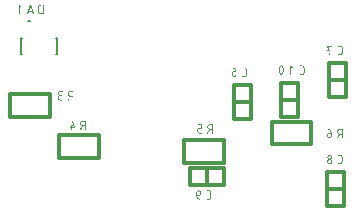
<source format=gbo>
G04*
G04 #@! TF.GenerationSoftware,Altium Limited,Altium Designer,20.2.5 (213)*
G04*
G04 Layer_Color=32896*
%FSLAX44Y44*%
%MOMM*%
G71*
G04*
G04 #@! TF.SameCoordinates,3C0D8923-7957-4DC4-8908-925B2C91420C*
G04*
G04*
G04 #@! TF.FilePolarity,Positive*
G04*
G01*
G75*
%ADD10C,0.3000*%
%ADD11C,0.1270*%
%ADD54C,0.2000*%
G36*
X385337Y191996D02*
X385435Y191954D01*
X385506Y191884D01*
X385548Y191813D01*
X385576Y191729D01*
X385604Y191672D01*
Y191616D01*
Y191602D01*
Y184384D01*
X385590Y184257D01*
X385548Y184159D01*
X385478Y184088D01*
X385407Y184046D01*
X385337Y184018D01*
X385266Y183989D01*
X385210D01*
X385069Y184004D01*
X384970Y184046D01*
X384900Y184116D01*
X384857Y184187D01*
X384815Y184257D01*
X384801Y184328D01*
Y184370D01*
Y184384D01*
Y187189D01*
X383053D01*
X381559Y184201D01*
X381516Y184130D01*
X381460Y184074D01*
X381404Y184046D01*
X381333Y184018D01*
X381249Y183989D01*
X381206D01*
X381093Y184004D01*
X381009Y184046D01*
X380952Y184088D01*
X380924Y184102D01*
X380854Y184201D01*
X380812Y184286D01*
X380797Y184356D01*
Y184384D01*
Y184455D01*
X380812Y184511D01*
X380826Y184553D01*
X380840Y184567D01*
X382249Y187359D01*
X381996Y187486D01*
X381770Y187626D01*
X381573Y187782D01*
X381404Y187951D01*
X381263Y188134D01*
X381150Y188317D01*
X381051Y188515D01*
X380981Y188698D01*
X380924Y188881D01*
X380868Y189050D01*
X380840Y189191D01*
X380826Y189332D01*
X380812Y189445D01*
X380797Y189529D01*
Y189586D01*
Y189600D01*
X380812Y189783D01*
X380826Y189967D01*
X380910Y190291D01*
X381023Y190587D01*
X381150Y190826D01*
X381277Y191024D01*
X381333Y191108D01*
X381389Y191179D01*
X381432Y191235D01*
X381474Y191278D01*
X381488Y191292D01*
X381502Y191306D01*
X381643Y191433D01*
X381784Y191545D01*
X381925Y191630D01*
X382066Y191715D01*
X382348Y191842D01*
X382616Y191926D01*
X382855Y191968D01*
X382954Y191996D01*
X383039D01*
X383109Y192011D01*
X385210D01*
X385337Y191996D01*
D02*
G37*
G36*
X373721Y191982D02*
X373833Y191954D01*
X373918Y191912D01*
X373946Y191898D01*
X373960D01*
X374270Y191757D01*
X374552Y191574D01*
X374806Y191390D01*
X375046Y191207D01*
X375229Y191038D01*
X375370Y190897D01*
X375426Y190841D01*
X375469Y190798D01*
X375483Y190784D01*
X375497Y190770D01*
X375652Y190573D01*
X375793Y190375D01*
X375906Y190164D01*
X376004Y189967D01*
X376089Y189755D01*
X376174Y189558D01*
X376272Y189191D01*
X376315Y189022D01*
X376343Y188867D01*
X376357Y188740D01*
X376371Y188613D01*
X376385Y188515D01*
Y188444D01*
Y188402D01*
Y188388D01*
Y185977D01*
X376357Y185681D01*
X376300Y185413D01*
X376202Y185159D01*
X376089Y184962D01*
X375990Y184793D01*
X375892Y184666D01*
X375835Y184596D01*
X375807Y184567D01*
X375582Y184370D01*
X375342Y184229D01*
X375102Y184130D01*
X374891Y184060D01*
X374693Y184018D01*
X374538Y184004D01*
X374482Y183989D01*
X374397D01*
X374101Y184018D01*
X373819Y184074D01*
X373580Y184173D01*
X373382Y184286D01*
X373213Y184384D01*
X373086Y184483D01*
X373016Y184539D01*
X372988Y184567D01*
X372790Y184793D01*
X372649Y185033D01*
X372537Y185272D01*
X372466Y185498D01*
X372424Y185695D01*
X372410Y185850D01*
X372396Y185907D01*
Y185949D01*
Y185977D01*
Y185991D01*
Y186781D01*
X372424Y187091D01*
X372480Y187359D01*
X372579Y187598D01*
X372677Y187810D01*
X372790Y187979D01*
X372889Y188106D01*
X372945Y188176D01*
X372974Y188204D01*
X373199Y188402D01*
X373439Y188543D01*
X373678Y188655D01*
X373904Y188726D01*
X374101Y188768D01*
X374256Y188782D01*
X374313Y188797D01*
X375553D01*
X375511Y189064D01*
X375426Y189318D01*
X375328Y189544D01*
X375229Y189755D01*
X375116Y189924D01*
X375032Y190065D01*
X374975Y190150D01*
X374947Y190164D01*
Y190178D01*
X374820Y190333D01*
X374693Y190474D01*
X374426Y190700D01*
X374172Y190883D01*
X373932Y191038D01*
X373721Y191137D01*
X373636Y191165D01*
X373551Y191207D01*
X373495Y191221D01*
X373453Y191235D01*
X373425Y191249D01*
X373410D01*
X373340Y191278D01*
X373284Y191320D01*
X373256Y191376D01*
X373227Y191433D01*
X373213Y191489D01*
X373199Y191545D01*
Y191574D01*
Y191588D01*
X373213Y191729D01*
X373256Y191827D01*
X373326Y191898D01*
X373396Y191940D01*
X373481Y191982D01*
X373537Y191996D01*
X373608D01*
X373721Y191982D01*
D02*
G37*
G36*
X275337Y195996D02*
X275435Y195954D01*
X275506Y195884D01*
X275548Y195813D01*
X275576Y195729D01*
X275604Y195672D01*
Y195616D01*
Y195602D01*
Y188384D01*
X275590Y188257D01*
X275548Y188159D01*
X275478Y188088D01*
X275407Y188046D01*
X275337Y188018D01*
X275266Y187989D01*
X275210D01*
X275069Y188004D01*
X274970Y188046D01*
X274900Y188116D01*
X274857Y188187D01*
X274815Y188257D01*
X274801Y188328D01*
Y188370D01*
Y188384D01*
Y191189D01*
X273053D01*
X271559Y188201D01*
X271516Y188130D01*
X271460Y188074D01*
X271404Y188046D01*
X271333Y188018D01*
X271248Y187989D01*
X271206D01*
X271093Y188004D01*
X271009Y188046D01*
X270952Y188088D01*
X270924Y188102D01*
X270854Y188201D01*
X270811Y188286D01*
X270797Y188356D01*
Y188384D01*
Y188455D01*
X270811Y188511D01*
X270826Y188553D01*
X270840Y188567D01*
X272249Y191359D01*
X271996Y191486D01*
X271770Y191626D01*
X271573Y191782D01*
X271404Y191951D01*
X271263Y192134D01*
X271150Y192317D01*
X271051Y192515D01*
X270981Y192698D01*
X270924Y192881D01*
X270868Y193050D01*
X270840Y193191D01*
X270826Y193332D01*
X270811Y193445D01*
X270797Y193529D01*
Y193586D01*
Y193600D01*
X270811Y193783D01*
X270826Y193967D01*
X270910Y194291D01*
X271023Y194587D01*
X271150Y194827D01*
X271277Y195024D01*
X271333Y195108D01*
X271389Y195179D01*
X271432Y195235D01*
X271474Y195278D01*
X271488Y195292D01*
X271502Y195306D01*
X271643Y195433D01*
X271784Y195545D01*
X271925Y195630D01*
X272066Y195715D01*
X272348Y195841D01*
X272616Y195926D01*
X272855Y195968D01*
X272954Y195996D01*
X273039D01*
X273109Y196011D01*
X275210D01*
X275337Y195996D01*
D02*
G37*
G36*
X266117D02*
X266216Y195954D01*
X266286Y195884D01*
X266329Y195813D01*
X266357Y195729D01*
X266385Y195672D01*
Y195616D01*
Y195602D01*
Y192388D01*
X266371Y192261D01*
X266329Y192162D01*
X266258Y192092D01*
X266188Y192049D01*
X266117Y192021D01*
X266047Y191993D01*
X264397D01*
X264214Y191979D01*
X264059Y191937D01*
X263918Y191880D01*
X263791Y191824D01*
X263692Y191753D01*
X263608Y191697D01*
X263566Y191655D01*
X263552Y191640D01*
X263439Y191500D01*
X263354Y191359D01*
X263284Y191218D01*
X263241Y191077D01*
X263213Y190964D01*
X263199Y190865D01*
Y190809D01*
Y190781D01*
Y189991D01*
X263213Y189808D01*
X263256Y189639D01*
X263312Y189498D01*
X263368Y189371D01*
X263439Y189272D01*
X263495Y189202D01*
X263537Y189145D01*
X263552Y189131D01*
X263692Y189018D01*
X263833Y188934D01*
X263974Y188878D01*
X264101Y188835D01*
X264228Y188807D01*
X264313Y188793D01*
X265990D01*
X266117Y188779D01*
X266216Y188737D01*
X266286Y188666D01*
X266329Y188596D01*
X266357Y188511D01*
X266385Y188455D01*
Y188398D01*
Y188384D01*
X266371Y188257D01*
X266329Y188159D01*
X266258Y188088D01*
X266188Y188046D01*
X266117Y188018D01*
X266047Y187989D01*
X264397D01*
X264101Y188018D01*
X263833Y188074D01*
X263594Y188173D01*
X263382Y188286D01*
X263213Y188384D01*
X263086Y188483D01*
X263016Y188539D01*
X262988Y188567D01*
X262790Y188793D01*
X262649Y189047D01*
X262537Y189272D01*
X262466Y189498D01*
X262424Y189695D01*
X262410Y189850D01*
X262395Y189907D01*
Y189949D01*
Y189977D01*
Y189991D01*
Y190781D01*
X262424Y191077D01*
X262494Y191359D01*
X262579Y191598D01*
X262692Y191810D01*
X262804Y191979D01*
X262889Y192106D01*
X262959Y192176D01*
X262988Y192204D01*
X263213Y192402D01*
X263453Y192543D01*
X263692Y192656D01*
X263904Y192726D01*
X264101Y192768D01*
X264256Y192782D01*
X264313Y192796D01*
X265581D01*
Y195207D01*
X263199D01*
X263072Y195221D01*
X262973Y195264D01*
X262903Y195334D01*
X262847Y195404D01*
X262818Y195475D01*
X262804Y195545D01*
Y195588D01*
Y195602D01*
X262818Y195743D01*
X262861Y195841D01*
X262931Y195912D01*
X263002Y195954D01*
X263072Y195996D01*
X263143Y196011D01*
X265990D01*
X266117Y195996D01*
D02*
G37*
G36*
X157095Y198982D02*
X157194Y198954D01*
X157250Y198898D01*
X157307Y198856D01*
X157349Y198799D01*
X157377Y198743D01*
X157391Y198715D01*
Y198701D01*
X158998Y193104D01*
Y193034D01*
Y193005D01*
Y192991D01*
X158984Y192864D01*
X158942Y192766D01*
X158871Y192695D01*
X158801Y192653D01*
X158730Y192625D01*
X158660Y192596D01*
X156193D01*
Y191384D01*
X156179Y191257D01*
X156137Y191159D01*
X156066Y191088D01*
X155996Y191046D01*
X155925Y191018D01*
X155855Y190989D01*
X155798D01*
X155657Y191003D01*
X155559Y191046D01*
X155488Y191116D01*
X155446Y191187D01*
X155403Y191257D01*
X155389Y191328D01*
Y191370D01*
Y191384D01*
Y192596D01*
X154600D01*
X154459Y192611D01*
X154360Y192653D01*
X154290Y192723D01*
X154248Y192794D01*
X154205Y192864D01*
X154191Y192935D01*
Y192977D01*
Y192991D01*
X154205Y193132D01*
X154248Y193231D01*
X154318Y193301D01*
X154389Y193344D01*
X154473Y193386D01*
X154529Y193400D01*
X155389D01*
Y194598D01*
X155403Y194725D01*
X155446Y194824D01*
X155516Y194894D01*
X155587Y194951D01*
X155671Y194979D01*
X155728Y194993D01*
X155798D01*
X155925Y194979D01*
X156024Y194937D01*
X156094Y194866D01*
X156137Y194796D01*
X156165Y194725D01*
X156193Y194655D01*
Y194612D01*
Y194598D01*
Y193400D01*
X158082D01*
X156616Y198475D01*
X156602Y198559D01*
Y198574D01*
Y198588D01*
X156616Y198729D01*
X156658Y198827D01*
X156729Y198898D01*
X156799Y198940D01*
X156870Y198982D01*
X156940Y198997D01*
X156996D01*
X157095Y198982D01*
D02*
G37*
G36*
X167541Y198997D02*
X167640Y198954D01*
X167710Y198884D01*
X167752Y198813D01*
X167781Y198729D01*
X167809Y198672D01*
Y198616D01*
Y198602D01*
Y191384D01*
X167795Y191257D01*
X167752Y191159D01*
X167682Y191088D01*
X167612Y191046D01*
X167541Y191018D01*
X167470Y190989D01*
X167414D01*
X167273Y191003D01*
X167174Y191046D01*
X167104Y191116D01*
X167062Y191187D01*
X167019Y191257D01*
X167005Y191328D01*
Y191370D01*
Y191384D01*
Y194189D01*
X165257D01*
X163763Y191201D01*
X163721Y191130D01*
X163664Y191074D01*
X163608Y191046D01*
X163538Y191018D01*
X163453Y190989D01*
X163411D01*
X163298Y191003D01*
X163213Y191046D01*
X163157Y191088D01*
X163129Y191102D01*
X163058Y191201D01*
X163016Y191285D01*
X163002Y191356D01*
Y191384D01*
Y191455D01*
X163016Y191511D01*
X163030Y191553D01*
X163044Y191567D01*
X164454Y194359D01*
X164200Y194485D01*
X163974Y194627D01*
X163777Y194781D01*
X163608Y194951D01*
X163467Y195134D01*
X163354Y195317D01*
X163256Y195515D01*
X163185Y195698D01*
X163129Y195881D01*
X163072Y196050D01*
X163044Y196191D01*
X163030Y196332D01*
X163016Y196445D01*
X163002Y196530D01*
Y196586D01*
Y196600D01*
X163016Y196783D01*
X163030Y196967D01*
X163115Y197291D01*
X163227Y197587D01*
X163354Y197826D01*
X163481Y198024D01*
X163538Y198108D01*
X163594Y198179D01*
X163636Y198235D01*
X163678Y198278D01*
X163692Y198292D01*
X163707Y198306D01*
X163848Y198433D01*
X163989Y198545D01*
X164130Y198630D01*
X164270Y198715D01*
X164552Y198841D01*
X164820Y198926D01*
X165060Y198968D01*
X165159Y198997D01*
X165243D01*
X165314Y199011D01*
X167414D01*
X167541Y198997D01*
D02*
G37*
G36*
X157344Y223997D02*
X157442Y223954D01*
X157513Y223884D01*
X157555Y223813D01*
X157583Y223729D01*
X157612Y223672D01*
Y223616D01*
Y223602D01*
Y216384D01*
X157597Y216257D01*
X157555Y216159D01*
X157485Y216088D01*
X157414Y216046D01*
X157344Y216018D01*
X157273Y215989D01*
X157217D01*
X157076Y216003D01*
X156977Y216046D01*
X156907Y216116D01*
X156864Y216187D01*
X156822Y216257D01*
X156808Y216328D01*
Y216370D01*
Y216384D01*
Y219189D01*
X155060D01*
X153566Y216201D01*
X153523Y216130D01*
X153467Y216074D01*
X153411Y216046D01*
X153340Y216018D01*
X153256Y215989D01*
X153213D01*
X153101Y216003D01*
X153016Y216046D01*
X152959Y216088D01*
X152931Y216102D01*
X152861Y216201D01*
X152818Y216285D01*
X152804Y216356D01*
Y216384D01*
Y216455D01*
X152818Y216511D01*
X152833Y216553D01*
X152847Y216567D01*
X154256Y219359D01*
X154003Y219485D01*
X153777Y219627D01*
X153580Y219781D01*
X153411Y219951D01*
X153270Y220134D01*
X153157Y220317D01*
X153058Y220515D01*
X152988Y220698D01*
X152931Y220881D01*
X152875Y221050D01*
X152847Y221191D01*
X152833Y221332D01*
X152818Y221445D01*
X152804Y221530D01*
Y221586D01*
Y221600D01*
X152818Y221783D01*
X152833Y221967D01*
X152917Y222291D01*
X153030Y222587D01*
X153157Y222826D01*
X153284Y223024D01*
X153340Y223108D01*
X153397Y223179D01*
X153439Y223235D01*
X153481Y223278D01*
X153495Y223292D01*
X153509Y223306D01*
X153650Y223433D01*
X153791Y223545D01*
X153932Y223630D01*
X154073Y223715D01*
X154355Y223841D01*
X154623Y223926D01*
X154863Y223968D01*
X154961Y223997D01*
X155046D01*
X155116Y224011D01*
X157217D01*
X157344Y223997D01*
D02*
G37*
G36*
X148138D02*
X148237Y223954D01*
X148308Y223884D01*
X148350Y223813D01*
X148378Y223729D01*
X148406Y223672D01*
Y223616D01*
Y223602D01*
X148392Y223475D01*
X148336Y223376D01*
X148279Y223306D01*
X148195Y223263D01*
X148124Y223235D01*
X148054Y223207D01*
X146404D01*
X146221Y223193D01*
X146052Y223151D01*
X145911Y223094D01*
X145784Y223024D01*
X145685Y222953D01*
X145601Y222897D01*
X145559Y222855D01*
X145545Y222841D01*
X145432Y222700D01*
X145347Y222559D01*
X145277Y222418D01*
X145234Y222291D01*
X145206Y222164D01*
X145192Y222079D01*
Y222023D01*
Y221995D01*
X145206Y221812D01*
X145248Y221642D01*
X145305Y221501D01*
X145361Y221374D01*
X145432Y221276D01*
X145488Y221205D01*
X145530Y221149D01*
X145545Y221135D01*
X145685Y221022D01*
X145826Y220938D01*
X145967Y220881D01*
X146108Y220839D01*
X146221Y220811D01*
X146320Y220797D01*
X147208D01*
X147335Y220782D01*
X147434Y220740D01*
X147504Y220670D01*
X147546Y220599D01*
X147574Y220515D01*
X147603Y220458D01*
Y220402D01*
Y220388D01*
X147589Y220261D01*
X147546Y220162D01*
X147476Y220092D01*
X147405Y220049D01*
X147335Y220021D01*
X147264Y219993D01*
X146404D01*
X146221Y219979D01*
X146052Y219937D01*
X145911Y219880D01*
X145784Y219824D01*
X145685Y219753D01*
X145601Y219697D01*
X145559Y219655D01*
X145545Y219641D01*
X145432Y219500D01*
X145347Y219359D01*
X145277Y219218D01*
X145234Y219077D01*
X145206Y218964D01*
X145192Y218865D01*
Y218809D01*
Y218781D01*
Y217991D01*
X145206Y217808D01*
X145248Y217639D01*
X145305Y217498D01*
X145361Y217371D01*
X145432Y217272D01*
X145488Y217202D01*
X145530Y217145D01*
X145545Y217131D01*
X145685Y217019D01*
X145826Y216934D01*
X145967Y216877D01*
X146108Y216835D01*
X146221Y216807D01*
X146320Y216793D01*
X147997D01*
X148138Y216779D01*
X148237Y216737D01*
X148308Y216666D01*
X148350Y216596D01*
X148378Y216511D01*
X148406Y216455D01*
Y216398D01*
Y216384D01*
X148392Y216257D01*
X148336Y216159D01*
X148279Y216088D01*
X148195Y216046D01*
X148124Y216018D01*
X148054Y215989D01*
X146404D01*
X146108Y216018D01*
X145826Y216074D01*
X145587Y216173D01*
X145375Y216285D01*
X145206Y216384D01*
X145079Y216483D01*
X145009Y216539D01*
X144981Y216567D01*
X144783Y216793D01*
X144642Y217047D01*
X144529Y217272D01*
X144459Y217498D01*
X144417Y217695D01*
X144403Y217850D01*
X144389Y217907D01*
Y217949D01*
Y217977D01*
Y217991D01*
Y218781D01*
X144403Y218964D01*
X144417Y219133D01*
X144459Y219302D01*
X144515Y219457D01*
X144642Y219725D01*
X144783Y219965D01*
X144938Y220148D01*
X145065Y220275D01*
X145122Y220331D01*
X145164Y220359D01*
X145178Y220388D01*
X145192D01*
X145051Y220501D01*
X144924Y220627D01*
X144825Y220768D01*
X144727Y220895D01*
X144642Y221036D01*
X144586Y221163D01*
X144487Y221417D01*
X144431Y221642D01*
X144417Y221741D01*
X144403Y221826D01*
X144389Y221896D01*
Y221952D01*
Y221981D01*
Y221995D01*
X144417Y222291D01*
X144487Y222573D01*
X144572Y222812D01*
X144684Y223024D01*
X144797Y223193D01*
X144882Y223320D01*
X144952Y223390D01*
X144981Y223419D01*
X145206Y223616D01*
X145446Y223757D01*
X145685Y223870D01*
X145911Y223940D01*
X146108Y223982D01*
X146263Y223997D01*
X146320Y224011D01*
X147997D01*
X148138Y223997D01*
D02*
G37*
G36*
X111921Y297218D02*
X112019Y297162D01*
X112090Y297106D01*
X112104Y297092D01*
X112118Y297077D01*
X113683Y295513D01*
X113753Y295428D01*
X113781Y295329D01*
X113796Y295259D01*
Y295245D01*
Y295231D01*
X113781Y295104D01*
X113739Y295005D01*
X113669Y294935D01*
X113598Y294892D01*
X113528Y294864D01*
X113457Y294836D01*
X113401D01*
X113288Y294850D01*
X113189Y294892D01*
X113133Y294935D01*
X113119Y294949D01*
X112189Y295879D01*
Y289634D01*
X112174Y289507D01*
X112132Y289409D01*
X112062Y289338D01*
X111991Y289296D01*
X111921Y289268D01*
X111850Y289239D01*
X111794D01*
X111653Y289254D01*
X111554Y289296D01*
X111484Y289366D01*
X111441Y289437D01*
X111399Y289507D01*
X111385Y289578D01*
Y289620D01*
Y289634D01*
Y296838D01*
X111399Y296979D01*
X111441Y297077D01*
X111512Y297148D01*
X111582Y297190D01*
X111667Y297232D01*
X111723Y297246D01*
X111850D01*
X111921Y297218D01*
D02*
G37*
G36*
X132347Y297246D02*
X132446Y297204D01*
X132516Y297134D01*
X132559Y297063D01*
X132587Y296979D01*
X132615Y296922D01*
Y296866D01*
Y296852D01*
Y289634D01*
X132601Y289507D01*
X132559Y289409D01*
X132488Y289338D01*
X132418Y289296D01*
X132347Y289268D01*
X132277Y289239D01*
X129824D01*
X129528Y289268D01*
X129246Y289324D01*
X129006Y289423D01*
X128795Y289536D01*
X128626Y289634D01*
X128499Y289733D01*
X128428Y289789D01*
X128400Y289817D01*
X128203Y290043D01*
X128062Y290297D01*
X127949Y290522D01*
X127879Y290748D01*
X127836Y290945D01*
X127822Y291100D01*
X127808Y291157D01*
Y291199D01*
Y291227D01*
Y291241D01*
Y295245D01*
X127836Y295555D01*
X127907Y295823D01*
X127991Y296062D01*
X128104Y296274D01*
X128217Y296443D01*
X128301Y296570D01*
X128372Y296640D01*
X128400Y296668D01*
X128626Y296866D01*
X128865Y297007D01*
X129105Y297120D01*
X129330Y297190D01*
X129528Y297232D01*
X129683Y297246D01*
X129739Y297261D01*
X132220D01*
X132347Y297246D01*
D02*
G37*
G36*
X121507Y297232D02*
X121591Y297190D01*
X121662Y297148D01*
X121718Y297092D01*
X121760Y297021D01*
X121789Y296979D01*
X121803Y296936D01*
Y296922D01*
X124199Y289761D01*
X124213Y289676D01*
Y289648D01*
Y289634D01*
X124199Y289507D01*
X124143Y289409D01*
X124086Y289338D01*
X124002Y289296D01*
X123931Y289268D01*
X123861Y289239D01*
X123804D01*
X123706Y289254D01*
X123621Y289282D01*
X123565Y289324D01*
X123508Y289380D01*
X123438Y289465D01*
X123424Y289493D01*
Y289507D01*
X122846Y291241D01*
X119956D01*
X119378Y289507D01*
X119336Y289423D01*
X119279Y289352D01*
X119223Y289310D01*
X119152Y289268D01*
X119096Y289254D01*
X119040Y289239D01*
X118997D01*
X118870Y289254D01*
X118772Y289296D01*
X118701Y289366D01*
X118645Y289437D01*
X118617Y289507D01*
X118603Y289578D01*
Y289620D01*
Y289634D01*
Y289719D01*
X118617Y289747D01*
Y289761D01*
X121013Y296936D01*
X121055Y297035D01*
X121112Y297120D01*
X121182Y297176D01*
X121253Y297204D01*
X121309Y297232D01*
X121366Y297246D01*
X121408D01*
X121507Y297232D01*
D02*
G37*
G36*
X341733Y245695D02*
X341832Y245639D01*
X341902Y245582D01*
X341916Y245568D01*
X341930Y245554D01*
X343495Y243989D01*
X343566Y243905D01*
X343594Y243806D01*
X343608Y243735D01*
Y243721D01*
Y243707D01*
X343594Y243580D01*
X343551Y243482D01*
X343481Y243411D01*
X343410Y243369D01*
X343340Y243341D01*
X343270Y243312D01*
X343213D01*
X343100Y243327D01*
X343002Y243369D01*
X342945Y243411D01*
X342931Y243425D01*
X342001Y244356D01*
Y238111D01*
X341987Y237984D01*
X341944Y237885D01*
X341874Y237815D01*
X341803Y237772D01*
X341733Y237744D01*
X341662Y237716D01*
X341606D01*
X341465Y237730D01*
X341366Y237772D01*
X341296Y237843D01*
X341254Y237913D01*
X341211Y237984D01*
X341197Y238054D01*
Y238097D01*
Y238111D01*
Y245314D01*
X341211Y245455D01*
X341254Y245554D01*
X341324Y245624D01*
X341395Y245667D01*
X341479Y245709D01*
X341536Y245723D01*
X341662D01*
X341733Y245695D01*
D02*
G37*
G36*
X351516Y245709D02*
X351798Y245639D01*
X352038Y245554D01*
X352249Y245441D01*
X352419Y245328D01*
X352531Y245244D01*
X352616Y245173D01*
X352644Y245145D01*
X352841Y244920D01*
X352982Y244680D01*
X353081Y244440D01*
X353152Y244215D01*
X353194Y244017D01*
X353208Y243862D01*
X353222Y243806D01*
Y243764D01*
Y243735D01*
Y243721D01*
Y239718D01*
X353194Y239422D01*
X353137Y239140D01*
X353039Y238900D01*
X352926Y238689D01*
X352827Y238519D01*
X352729Y238407D01*
X352672Y238322D01*
X352644Y238294D01*
X352419Y238097D01*
X352165Y237956D01*
X351939Y237857D01*
X351714Y237787D01*
X351516Y237744D01*
X351361Y237730D01*
X351305Y237716D01*
X349627D01*
X349486Y237730D01*
X349388Y237772D01*
X349317Y237843D01*
X349275Y237913D01*
X349233Y237984D01*
X349218Y238054D01*
Y238097D01*
Y238111D01*
X349233Y238252D01*
X349275Y238350D01*
X349345Y238421D01*
X349416Y238463D01*
X349500Y238505D01*
X349557Y238519D01*
X351220D01*
X351404Y238534D01*
X351573Y238576D01*
X351714Y238632D01*
X351841Y238689D01*
X351939Y238745D01*
X352010Y238801D01*
X352066Y238844D01*
X352080Y238858D01*
X352193Y238999D01*
X352277Y239140D01*
X352334Y239281D01*
X352376Y239422D01*
X352404Y239534D01*
X352419Y239633D01*
Y239690D01*
Y239718D01*
Y243721D01*
X352404Y243905D01*
X352362Y244074D01*
X352306Y244215D01*
X352249Y244342D01*
X352193Y244440D01*
X352136Y244525D01*
X352094Y244567D01*
X352080Y244581D01*
X351939Y244694D01*
X351798Y244779D01*
X351657Y244849D01*
X351516Y244891D01*
X351404Y244920D01*
X351305Y244934D01*
X349627D01*
X349486Y244948D01*
X349388Y244990D01*
X349317Y245061D01*
X349275Y245131D01*
X349233Y245201D01*
X349218Y245272D01*
Y245314D01*
Y245328D01*
X349233Y245469D01*
X349275Y245568D01*
X349345Y245639D01*
X349416Y245681D01*
X349500Y245723D01*
X349557Y245737D01*
X351220D01*
X351516Y245709D01*
D02*
G37*
G36*
X333796Y245723D02*
X333994Y245667D01*
X334163Y245596D01*
X334332Y245498D01*
X334487Y245385D01*
X334614Y245258D01*
X334840Y244976D01*
X335023Y244694D01*
X335093Y244553D01*
X335150Y244440D01*
X335192Y244342D01*
X335220Y244271D01*
X335248Y244215D01*
Y244201D01*
X335361Y243792D01*
X335446Y243369D01*
X335502Y242960D01*
X335544Y242565D01*
X335559Y242396D01*
X335573Y242227D01*
Y242086D01*
X335587Y241959D01*
Y241861D01*
Y241790D01*
Y241734D01*
Y241720D01*
X335573Y241198D01*
X335530Y240733D01*
X335502Y240507D01*
X335474Y240310D01*
X335446Y240112D01*
X335418Y239943D01*
X335389Y239788D01*
X335361Y239647D01*
X335333Y239520D01*
X335305Y239422D01*
X335276Y239351D01*
X335262Y239281D01*
X335248Y239253D01*
Y239238D01*
X335150Y238971D01*
X335023Y238731D01*
X334896Y238534D01*
X334769Y238365D01*
X334628Y238209D01*
X334501Y238083D01*
X334360Y237984D01*
X334233Y237913D01*
X334106Y237843D01*
X333980Y237801D01*
X333881Y237758D01*
X333782Y237744D01*
X333712Y237730D01*
X333641Y237716D01*
X333599D01*
X333387Y237730D01*
X333204Y237787D01*
X333021Y237857D01*
X332866Y237956D01*
X332711Y238068D01*
X332584Y238195D01*
X332344Y238477D01*
X332175Y238759D01*
X332105Y238886D01*
X332048Y238999D01*
X332006Y239097D01*
X331978Y239168D01*
X331950Y239224D01*
Y239238D01*
X331837Y239647D01*
X331752Y240070D01*
X331682Y240479D01*
X331640Y240874D01*
X331625Y241043D01*
X331611Y241212D01*
Y241353D01*
X331597Y241480D01*
Y241579D01*
Y241663D01*
Y241705D01*
Y241720D01*
X331611Y242241D01*
X331654Y242720D01*
X331682Y242932D01*
X331710Y243143D01*
X331738Y243327D01*
X331766Y243496D01*
X331809Y243651D01*
X331837Y243792D01*
X331865Y243919D01*
X331893Y244017D01*
X331921Y244102D01*
X331936Y244158D01*
X331950Y244186D01*
Y244201D01*
X332048Y244468D01*
X332175Y244708D01*
X332302Y244920D01*
X332429Y245089D01*
X332570Y245244D01*
X332697Y245357D01*
X332838Y245469D01*
X332965Y245540D01*
X333092Y245610D01*
X333218Y245653D01*
X333317Y245695D01*
X333416Y245709D01*
X333486Y245723D01*
X333543Y245737D01*
X333599D01*
X333796Y245723D01*
D02*
G37*
G36*
X272701Y139982D02*
X272983Y139912D01*
X273223Y139827D01*
X273434Y139715D01*
X273603Y139602D01*
X273716Y139517D01*
X273801Y139447D01*
X273829Y139418D01*
X274027Y139193D01*
X274167Y138953D01*
X274266Y138714D01*
X274337Y138488D01*
X274379Y138291D01*
X274393Y138136D01*
X274407Y138079D01*
Y138037D01*
Y138009D01*
Y137995D01*
Y133991D01*
X274379Y133695D01*
X274322Y133413D01*
X274224Y133174D01*
X274111Y132962D01*
X274012Y132793D01*
X273914Y132680D01*
X273857Y132596D01*
X273829Y132567D01*
X273603Y132370D01*
X273350Y132229D01*
X273124Y132130D01*
X272899Y132060D01*
X272701Y132018D01*
X272546Y132003D01*
X272490Y131989D01*
X270812D01*
X270671Y132003D01*
X270573Y132046D01*
X270502Y132116D01*
X270460Y132187D01*
X270418Y132257D01*
X270403Y132328D01*
Y132370D01*
Y132384D01*
X270418Y132525D01*
X270460Y132624D01*
X270530Y132694D01*
X270601Y132737D01*
X270686Y132779D01*
X270742Y132793D01*
X272405D01*
X272589Y132807D01*
X272758Y132849D01*
X272899Y132906D01*
X273026Y132962D01*
X273124Y133019D01*
X273195Y133075D01*
X273251Y133117D01*
X273265Y133131D01*
X273378Y133272D01*
X273463Y133413D01*
X273519Y133554D01*
X273561Y133695D01*
X273589Y133808D01*
X273603Y133907D01*
Y133963D01*
Y133991D01*
Y137995D01*
X273589Y138178D01*
X273547Y138347D01*
X273491Y138488D01*
X273434Y138615D01*
X273378Y138714D01*
X273322Y138798D01*
X273279Y138841D01*
X273265Y138855D01*
X273124Y138967D01*
X272983Y139052D01*
X272842Y139122D01*
X272701Y139165D01*
X272589Y139193D01*
X272490Y139207D01*
X270812D01*
X270671Y139221D01*
X270573Y139263D01*
X270502Y139334D01*
X270460Y139404D01*
X270418Y139475D01*
X270403Y139545D01*
Y139588D01*
Y139602D01*
X270418Y139743D01*
X270460Y139841D01*
X270530Y139912D01*
X270601Y139954D01*
X270686Y139997D01*
X270742Y140011D01*
X272405D01*
X272701Y139982D01*
D02*
G37*
G36*
X263891Y139968D02*
X264159Y139898D01*
X264412Y139813D01*
X264610Y139700D01*
X264779Y139588D01*
X264906Y139503D01*
X264976Y139433D01*
X265004Y139404D01*
X265202Y139179D01*
X265343Y138939D01*
X265441Y138700D01*
X265512Y138474D01*
X265554Y138277D01*
X265568Y138122D01*
X265582Y138065D01*
Y138023D01*
Y137995D01*
Y137981D01*
Y137191D01*
X265554Y136895D01*
X265498Y136613D01*
X265399Y136374D01*
X265286Y136162D01*
X265188Y135993D01*
X265089Y135880D01*
X265033Y135796D01*
X265004Y135767D01*
X264779Y135570D01*
X264539Y135429D01*
X264300Y135330D01*
X264088Y135260D01*
X263891Y135218D01*
X263736Y135204D01*
X263679Y135189D01*
X262425D01*
X262467Y134950D01*
X262537Y134724D01*
X262608Y134513D01*
X262721Y134315D01*
X262833Y134118D01*
X262946Y133949D01*
X263073Y133780D01*
X263200Y133639D01*
X263327Y133512D01*
X263454Y133399D01*
X263566Y133300D01*
X263665Y133216D01*
X263736Y133145D01*
X263806Y133103D01*
X263848Y133075D01*
X263862Y133061D01*
X264102Y132934D01*
X264328Y132821D01*
X264426Y132779D01*
X264511Y132751D01*
X264567Y132737D01*
X264582Y132723D01*
X264652Y132694D01*
X264694Y132652D01*
X264751Y132539D01*
X264765Y132483D01*
X264779Y132426D01*
Y132398D01*
Y132384D01*
X264765Y132271D01*
X264722Y132187D01*
X264680Y132130D01*
X264666Y132102D01*
X264567Y132032D01*
X264483Y132003D01*
X264412Y131989D01*
X264384D01*
X264257Y132003D01*
X264130Y132046D01*
X263975Y132116D01*
X263820Y132187D01*
X263693Y132243D01*
X263581Y132314D01*
X263510Y132356D01*
X263482Y132370D01*
X263144Y132596D01*
X262862Y132849D01*
X262608Y133103D01*
X262382Y133371D01*
X262213Y133639D01*
X262058Y133907D01*
X261931Y134174D01*
X261833Y134428D01*
X261748Y134654D01*
X261692Y134879D01*
X261649Y135077D01*
X261621Y135246D01*
X261607Y135387D01*
X261593Y135500D01*
Y135556D01*
Y135584D01*
Y137995D01*
X261621Y138291D01*
X261692Y138573D01*
X261776Y138812D01*
X261889Y139010D01*
X262002Y139179D01*
X262086Y139306D01*
X262157Y139376D01*
X262185Y139404D01*
X262411Y139602D01*
X262650Y139743D01*
X262890Y139855D01*
X263101Y139926D01*
X263299Y139968D01*
X263454Y139982D01*
X263510Y139997D01*
X263595D01*
X263891Y139968D01*
D02*
G37*
G36*
X383701Y169982D02*
X383983Y169912D01*
X384223Y169827D01*
X384434Y169715D01*
X384604Y169602D01*
X384716Y169517D01*
X384801Y169447D01*
X384829Y169419D01*
X385027Y169193D01*
X385167Y168953D01*
X385266Y168714D01*
X385337Y168488D01*
X385379Y168291D01*
X385393Y168136D01*
X385407Y168079D01*
Y168037D01*
Y168009D01*
Y167995D01*
Y163991D01*
X385379Y163695D01*
X385322Y163413D01*
X385224Y163174D01*
X385111Y162962D01*
X385012Y162793D01*
X384914Y162680D01*
X384857Y162596D01*
X384829Y162567D01*
X384604Y162370D01*
X384350Y162229D01*
X384124Y162130D01*
X383899Y162060D01*
X383701Y162018D01*
X383546Y162003D01*
X383490Y161989D01*
X381812D01*
X381671Y162003D01*
X381573Y162046D01*
X381502Y162116D01*
X381460Y162187D01*
X381418Y162257D01*
X381404Y162328D01*
Y162370D01*
Y162384D01*
X381418Y162525D01*
X381460Y162624D01*
X381530Y162694D01*
X381601Y162737D01*
X381685Y162779D01*
X381742Y162793D01*
X383405D01*
X383589Y162807D01*
X383758Y162849D01*
X383899Y162906D01*
X384026Y162962D01*
X384124Y163018D01*
X384195Y163075D01*
X384251Y163117D01*
X384265Y163131D01*
X384378Y163272D01*
X384463Y163413D01*
X384519Y163554D01*
X384561Y163695D01*
X384590Y163808D01*
X384604Y163907D01*
Y163963D01*
Y163991D01*
Y167995D01*
X384590Y168178D01*
X384547Y168347D01*
X384491Y168488D01*
X384434Y168615D01*
X384378Y168714D01*
X384322Y168798D01*
X384279Y168841D01*
X384265Y168855D01*
X384124Y168967D01*
X383983Y169052D01*
X383842Y169123D01*
X383701Y169165D01*
X383589Y169193D01*
X383490Y169207D01*
X381812D01*
X381671Y169221D01*
X381573Y169263D01*
X381502Y169334D01*
X381460Y169404D01*
X381418Y169475D01*
X381404Y169545D01*
Y169588D01*
Y169602D01*
X381418Y169743D01*
X381460Y169841D01*
X381530Y169912D01*
X381601Y169954D01*
X381685Y169996D01*
X381742Y170011D01*
X383405D01*
X383701Y169982D01*
D02*
G37*
G36*
X374891Y169968D02*
X375159Y169898D01*
X375412Y169813D01*
X375610Y169701D01*
X375779Y169588D01*
X375906Y169503D01*
X375976Y169433D01*
X376004Y169404D01*
X376202Y169179D01*
X376343Y168939D01*
X376441Y168700D01*
X376512Y168474D01*
X376554Y168291D01*
X376568Y168136D01*
X376582Y168079D01*
Y168037D01*
Y168009D01*
Y167995D01*
X376568Y167812D01*
X376554Y167642D01*
X376512Y167473D01*
X376455Y167318D01*
X376329Y167050D01*
X376174Y166811D01*
X376033Y166627D01*
X375906Y166500D01*
X375849Y166444D01*
X375807Y166416D01*
X375793Y166402D01*
X375779Y166388D01*
X375920Y166275D01*
X376047Y166148D01*
X376145Y166021D01*
X376244Y165880D01*
X376315Y165753D01*
X376385Y165612D01*
X376484Y165359D01*
X376540Y165133D01*
X376554Y165034D01*
X376568Y164950D01*
X376582Y164879D01*
Y164823D01*
Y164795D01*
Y164781D01*
Y163991D01*
X376554Y163695D01*
X376498Y163413D01*
X376399Y163174D01*
X376286Y162962D01*
X376188Y162793D01*
X376089Y162680D01*
X376033Y162596D01*
X376004Y162567D01*
X375779Y162370D01*
X375539Y162229D01*
X375299Y162130D01*
X375088Y162060D01*
X374891Y162018D01*
X374736Y162003D01*
X374679Y161989D01*
X374595D01*
X374299Y162018D01*
X374017Y162074D01*
X373777Y162173D01*
X373580Y162285D01*
X373410Y162384D01*
X373284Y162483D01*
X373213Y162539D01*
X373185Y162567D01*
X372988Y162793D01*
X372847Y163047D01*
X372734Y163272D01*
X372663Y163498D01*
X372621Y163695D01*
X372607Y163850D01*
X372593Y163907D01*
Y163949D01*
Y163977D01*
Y163991D01*
Y164174D01*
Y164329D01*
Y164485D01*
X372607Y164626D01*
X372621Y164851D01*
Y165034D01*
X372635Y165161D01*
X372649Y165246D01*
X372663Y165302D01*
Y165316D01*
X372734Y165542D01*
X372847Y165753D01*
X372959Y165937D01*
X373086Y166092D01*
X373199Y166218D01*
X373298Y166303D01*
X373368Y166374D01*
X373396Y166388D01*
X373256Y166500D01*
X373129Y166627D01*
X373030Y166768D01*
X372931Y166895D01*
X372847Y167036D01*
X372790Y167163D01*
X372692Y167417D01*
X372635Y167642D01*
X372621Y167741D01*
X372607Y167826D01*
X372593Y167896D01*
Y167952D01*
Y167981D01*
Y167995D01*
X372621Y168291D01*
X372692Y168559D01*
X372776Y168798D01*
X372889Y169010D01*
X373002Y169179D01*
X373086Y169306D01*
X373157Y169376D01*
X373185Y169404D01*
X373410Y169602D01*
X373650Y169743D01*
X373890Y169855D01*
X374101Y169926D01*
X374299Y169968D01*
X374454Y169982D01*
X374510Y169996D01*
X374595D01*
X374891Y169968D01*
D02*
G37*
G36*
X383774Y262473D02*
X384056Y262402D01*
X384296Y262318D01*
X384507Y262205D01*
X384677Y262092D01*
X384789Y262008D01*
X384874Y261937D01*
X384902Y261909D01*
X385099Y261684D01*
X385240Y261444D01*
X385339Y261204D01*
X385410Y260979D01*
X385452Y260781D01*
X385466Y260626D01*
X385480Y260570D01*
Y260528D01*
Y260499D01*
Y260485D01*
Y256482D01*
X385452Y256186D01*
X385395Y255904D01*
X385297Y255664D01*
X385184Y255453D01*
X385085Y255284D01*
X384987Y255171D01*
X384930Y255086D01*
X384902Y255058D01*
X384677Y254861D01*
X384423Y254720D01*
X384197Y254621D01*
X383972Y254550D01*
X383774Y254508D01*
X383619Y254494D01*
X383563Y254480D01*
X381885D01*
X381744Y254494D01*
X381646Y254536D01*
X381575Y254607D01*
X381533Y254677D01*
X381491Y254748D01*
X381477Y254818D01*
Y254861D01*
Y254875D01*
X381491Y255016D01*
X381533Y255114D01*
X381603Y255185D01*
X381674Y255227D01*
X381758Y255269D01*
X381815Y255284D01*
X383478D01*
X383661Y255298D01*
X383831Y255340D01*
X383972Y255396D01*
X384099Y255453D01*
X384197Y255509D01*
X384268Y255565D01*
X384324Y255608D01*
X384338Y255622D01*
X384451Y255763D01*
X384535Y255904D01*
X384592Y256045D01*
X384634Y256186D01*
X384662Y256299D01*
X384677Y256397D01*
Y256454D01*
Y256482D01*
Y260485D01*
X384662Y260669D01*
X384620Y260838D01*
X384564Y260979D01*
X384507Y261106D01*
X384451Y261204D01*
X384394Y261289D01*
X384352Y261331D01*
X384338Y261345D01*
X384197Y261458D01*
X384056Y261543D01*
X383915Y261613D01*
X383774Y261655D01*
X383661Y261684D01*
X383563Y261698D01*
X381885D01*
X381744Y261712D01*
X381646Y261754D01*
X381575Y261824D01*
X381533Y261895D01*
X381491Y261966D01*
X381477Y262036D01*
Y262078D01*
Y262092D01*
X381491Y262233D01*
X381533Y262332D01*
X381603Y262402D01*
X381674Y262445D01*
X381758Y262487D01*
X381815Y262501D01*
X383478D01*
X383774Y262473D01*
D02*
G37*
G36*
X376401Y262487D02*
X376500Y262445D01*
X376571Y262374D01*
X376613Y262304D01*
X376641Y262219D01*
X376669Y262163D01*
Y262106D01*
Y262092D01*
X376655Y261966D01*
X376613Y261867D01*
X376543Y261796D01*
X376472Y261754D01*
X376401Y261726D01*
X376331Y261698D01*
X373568D01*
X374188Y258892D01*
X374668D01*
X374795Y258878D01*
X374893Y258836D01*
X374964Y258766D01*
X375006Y258695D01*
X375034Y258610D01*
X375062Y258554D01*
Y258498D01*
Y258484D01*
X375048Y258357D01*
X375006Y258258D01*
X374935Y258188D01*
X374865Y258145D01*
X374809Y258117D01*
X374738Y258089D01*
X374372D01*
X375062Y254959D01*
Y254903D01*
Y254889D01*
Y254875D01*
X375048Y254748D01*
X375006Y254649D01*
X374935Y254579D01*
X374865Y254536D01*
X374795Y254508D01*
X374724Y254480D01*
X374668D01*
X374555Y254494D01*
X374470Y254522D01*
X374400Y254579D01*
X374357Y254635D01*
X374315Y254692D01*
X374287Y254748D01*
X374273Y254776D01*
Y254790D01*
X373554Y258089D01*
X373060D01*
X372920Y258103D01*
X372821Y258145D01*
X372750Y258216D01*
X372708Y258286D01*
X372666Y258357D01*
X372652Y258427D01*
Y258470D01*
Y258484D01*
X372666Y258624D01*
X372708Y258723D01*
X372779Y258794D01*
X372849Y258836D01*
X372934Y258878D01*
X372990Y258892D01*
X373357D01*
X372666Y262008D01*
X372652Y262078D01*
Y262106D01*
X372680Y262233D01*
X372722Y262332D01*
X372793Y262402D01*
X372863Y262459D01*
X372934Y262487D01*
X373004Y262501D01*
X376275D01*
X376401Y262487D01*
D02*
G37*
G36*
X302748Y243931D02*
X303030Y243860D01*
X303270Y243776D01*
X303481Y243663D01*
X303650Y243550D01*
X303763Y243466D01*
X303848Y243395D01*
X303876Y243367D01*
X304073Y243142D01*
X304214Y242902D01*
X304313Y242662D01*
X304384Y242437D01*
X304426Y242239D01*
X304440Y242084D01*
X304454Y242028D01*
Y241986D01*
Y241957D01*
Y241943D01*
Y237940D01*
X304426Y237644D01*
X304369Y237362D01*
X304271Y237122D01*
X304158Y236911D01*
X304059Y236742D01*
X303961Y236629D01*
X303904Y236544D01*
X303876Y236516D01*
X303650Y236319D01*
X303397Y236178D01*
X303171Y236079D01*
X302946Y236008D01*
X302748Y235966D01*
X302593Y235952D01*
X302537Y235938D01*
X300859D01*
X300718Y235952D01*
X300620Y235994D01*
X300549Y236065D01*
X300507Y236135D01*
X300465Y236206D01*
X300450Y236276D01*
Y236319D01*
Y236333D01*
X300465Y236474D01*
X300507Y236572D01*
X300577Y236643D01*
X300648Y236685D01*
X300732Y236727D01*
X300789Y236742D01*
X302452D01*
X302635Y236756D01*
X302805Y236798D01*
X302946Y236854D01*
X303072Y236911D01*
X303171Y236967D01*
X303242Y237024D01*
X303298Y237066D01*
X303312Y237080D01*
X303425Y237221D01*
X303510Y237362D01*
X303566Y237503D01*
X303608Y237644D01*
X303636Y237757D01*
X303650Y237855D01*
Y237912D01*
Y237940D01*
Y241943D01*
X303636Y242127D01*
X303594Y242296D01*
X303538Y242437D01*
X303481Y242564D01*
X303425Y242662D01*
X303368Y242747D01*
X303326Y242789D01*
X303312Y242803D01*
X303171Y242916D01*
X303030Y243001D01*
X302889Y243071D01*
X302748Y243113D01*
X302635Y243142D01*
X302537Y243156D01*
X300859D01*
X300718Y243170D01*
X300620Y243212D01*
X300549Y243283D01*
X300507Y243353D01*
X300465Y243424D01*
X300450Y243494D01*
Y243536D01*
Y243550D01*
X300465Y243691D01*
X300507Y243790D01*
X300577Y243860D01*
X300648Y243903D01*
X300732Y243945D01*
X300789Y243959D01*
X302452D01*
X302748Y243931D01*
D02*
G37*
G36*
X292965D02*
X293078Y243903D01*
X293162Y243860D01*
X293190Y243846D01*
X293205D01*
X293515Y243706D01*
X293797Y243522D01*
X294050Y243339D01*
X294290Y243156D01*
X294473Y242987D01*
X294614Y242845D01*
X294671Y242789D01*
X294713Y242747D01*
X294727Y242733D01*
X294741Y242719D01*
X294896Y242521D01*
X295037Y242324D01*
X295150Y242113D01*
X295249Y241915D01*
X295333Y241704D01*
X295418Y241506D01*
X295516Y241140D01*
X295559Y240971D01*
X295587Y240816D01*
X295601Y240689D01*
X295615Y240562D01*
X295629Y240463D01*
Y240393D01*
Y240350D01*
Y240336D01*
Y237926D01*
X295601Y237630D01*
X295545Y237362D01*
X295446Y237108D01*
X295333Y236911D01*
X295235Y236742D01*
X295136Y236615D01*
X295079Y236544D01*
X295051Y236516D01*
X294826Y236319D01*
X294586Y236178D01*
X294347Y236079D01*
X294135Y236008D01*
X293938Y235966D01*
X293783Y235952D01*
X293726Y235938D01*
X293642D01*
X293346Y235966D01*
X293064Y236023D01*
X292824Y236121D01*
X292627Y236234D01*
X292458Y236333D01*
X292331Y236431D01*
X292260Y236488D01*
X292232Y236516D01*
X292034Y236742D01*
X291894Y236981D01*
X291781Y237221D01*
X291710Y237446D01*
X291668Y237644D01*
X291654Y237799D01*
X291640Y237855D01*
Y237897D01*
Y237926D01*
Y237940D01*
Y238729D01*
X291668Y239039D01*
X291724Y239307D01*
X291823Y239547D01*
X291922Y239758D01*
X292034Y239928D01*
X292133Y240054D01*
X292190Y240125D01*
X292218Y240153D01*
X292443Y240350D01*
X292683Y240491D01*
X292923Y240604D01*
X293148Y240675D01*
X293346Y240717D01*
X293501Y240731D01*
X293557Y240745D01*
X294798D01*
X294755Y241013D01*
X294671Y241267D01*
X294572Y241492D01*
X294473Y241704D01*
X294361Y241873D01*
X294276Y242014D01*
X294220Y242098D01*
X294191Y242113D01*
Y242127D01*
X294065Y242282D01*
X293938Y242423D01*
X293670Y242648D01*
X293416Y242831D01*
X293176Y242987D01*
X292965Y243085D01*
X292880Y243113D01*
X292796Y243156D01*
X292739Y243170D01*
X292697Y243184D01*
X292669Y243198D01*
X292655D01*
X292584Y243226D01*
X292528Y243268D01*
X292500Y243325D01*
X292472Y243381D01*
X292458Y243438D01*
X292443Y243494D01*
Y243522D01*
Y243536D01*
X292458Y243677D01*
X292500Y243776D01*
X292570Y243846D01*
X292641Y243889D01*
X292725Y243931D01*
X292782Y243945D01*
X292852D01*
X292965Y243931D01*
D02*
G37*
%LPC*%
G36*
X384801Y191207D02*
X383208D01*
X382968Y191193D01*
X382743Y191137D01*
X382545Y191052D01*
X382376Y190967D01*
X382249Y190883D01*
X382151Y190798D01*
X382080Y190742D01*
X382066Y190728D01*
X381911Y190544D01*
X381798Y190361D01*
X381714Y190164D01*
X381657Y189995D01*
X381629Y189840D01*
X381601Y189713D01*
Y189628D01*
Y189614D01*
Y189600D01*
X381615Y189360D01*
X381671Y189135D01*
X381742Y188937D01*
X381826Y188782D01*
X381925Y188641D01*
X381996Y188543D01*
X382052Y188486D01*
X382066Y188458D01*
X382249Y188303D01*
X382447Y188190D01*
X382630Y188106D01*
X382813Y188049D01*
X382968Y188021D01*
X383095Y188007D01*
X383180Y187993D01*
X384801D01*
Y191207D01*
D02*
G37*
G36*
X375582Y187993D02*
X374397D01*
X374214Y187979D01*
X374059Y187937D01*
X373918Y187880D01*
X373791Y187824D01*
X373693Y187753D01*
X373608Y187697D01*
X373566Y187655D01*
X373551Y187640D01*
X373439Y187500D01*
X373354Y187359D01*
X373284Y187218D01*
X373241Y187077D01*
X373213Y186964D01*
X373199Y186865D01*
Y186809D01*
Y186781D01*
Y185991D01*
X373213Y185808D01*
X373256Y185639D01*
X373312Y185498D01*
X373368Y185371D01*
X373439Y185272D01*
X373495Y185202D01*
X373537Y185145D01*
X373551Y185131D01*
X373693Y185019D01*
X373833Y184934D01*
X373974Y184877D01*
X374101Y184835D01*
X374228Y184807D01*
X374313Y184793D01*
X374397D01*
X374581Y184807D01*
X374736Y184849D01*
X374877Y184906D01*
X375004Y184962D01*
X375102Y185019D01*
X375187Y185075D01*
X375229Y185117D01*
X375243Y185131D01*
X375356Y185272D01*
X375440Y185413D01*
X375497Y185554D01*
X375539Y185695D01*
X375567Y185808D01*
X375582Y185907D01*
Y185963D01*
Y185991D01*
Y187993D01*
D02*
G37*
G36*
X274801Y195207D02*
X273208D01*
X272968Y195193D01*
X272743Y195137D01*
X272545Y195052D01*
X272376Y194967D01*
X272249Y194883D01*
X272151Y194798D01*
X272080Y194742D01*
X272066Y194728D01*
X271911Y194545D01*
X271798Y194361D01*
X271714Y194164D01*
X271657Y193995D01*
X271629Y193840D01*
X271601Y193713D01*
Y193628D01*
Y193614D01*
Y193600D01*
X271615Y193360D01*
X271671Y193135D01*
X271742Y192938D01*
X271826Y192782D01*
X271925Y192641D01*
X271996Y192543D01*
X272052Y192486D01*
X272066Y192458D01*
X272249Y192303D01*
X272447Y192190D01*
X272630Y192106D01*
X272813Y192049D01*
X272968Y192021D01*
X273095Y192007D01*
X273180Y191993D01*
X274801D01*
Y195207D01*
D02*
G37*
G36*
X167005Y198207D02*
X165412D01*
X165173Y198193D01*
X164947Y198137D01*
X164750Y198052D01*
X164581Y197967D01*
X164454Y197883D01*
X164355Y197798D01*
X164285Y197742D01*
X164270Y197728D01*
X164115Y197544D01*
X164003Y197361D01*
X163918Y197164D01*
X163862Y196995D01*
X163834Y196840D01*
X163805Y196713D01*
Y196628D01*
Y196614D01*
Y196600D01*
X163819Y196360D01*
X163876Y196135D01*
X163946Y195938D01*
X164031Y195782D01*
X164130Y195641D01*
X164200Y195543D01*
X164256Y195486D01*
X164270Y195458D01*
X164454Y195303D01*
X164651Y195190D01*
X164834Y195106D01*
X165018Y195049D01*
X165173Y195021D01*
X165300Y195007D01*
X165384Y194993D01*
X167005D01*
Y198207D01*
D02*
G37*
G36*
X156808Y223207D02*
X155215D01*
X154975Y223193D01*
X154750Y223137D01*
X154552Y223052D01*
X154383Y222967D01*
X154256Y222883D01*
X154158Y222798D01*
X154087Y222742D01*
X154073Y222728D01*
X153918Y222544D01*
X153805Y222361D01*
X153721Y222164D01*
X153664Y221995D01*
X153636Y221840D01*
X153608Y221713D01*
Y221628D01*
Y221614D01*
Y221600D01*
X153622Y221360D01*
X153678Y221135D01*
X153749Y220938D01*
X153834Y220782D01*
X153932Y220641D01*
X154003Y220543D01*
X154059Y220486D01*
X154073Y220458D01*
X154256Y220303D01*
X154454Y220190D01*
X154637Y220106D01*
X154820Y220049D01*
X154975Y220021D01*
X155102Y220007D01*
X155187Y219993D01*
X156808D01*
Y223207D01*
D02*
G37*
G36*
X131812Y296457D02*
X129824D01*
X129641Y296443D01*
X129471Y296401D01*
X129330Y296344D01*
X129204Y296288D01*
X129105Y296217D01*
X129020Y296161D01*
X128978Y296119D01*
X128964Y296105D01*
X128851Y295964D01*
X128767Y295823D01*
X128696Y295682D01*
X128654Y295541D01*
X128626Y295428D01*
X128611Y295329D01*
Y295273D01*
Y295245D01*
Y291241D01*
X128626Y291058D01*
X128668Y290889D01*
X128724Y290748D01*
X128781Y290621D01*
X128851Y290522D01*
X128907Y290452D01*
X128950Y290395D01*
X128964Y290381D01*
X129105Y290268D01*
X129246Y290184D01*
X129387Y290128D01*
X129528Y290085D01*
X129641Y290057D01*
X129739Y290043D01*
X131812D01*
Y296457D01*
D02*
G37*
G36*
X121408Y295569D02*
X120224Y292045D01*
X122578D01*
X121408Y295569D01*
D02*
G37*
G36*
X333627Y244934D02*
X333599D01*
X333472Y244920D01*
X333359Y244877D01*
X333261Y244807D01*
X333162Y244722D01*
X333077Y244624D01*
X332993Y244511D01*
X332852Y244271D01*
X332753Y244017D01*
X332711Y243905D01*
X332669Y243806D01*
X332640Y243721D01*
X332626Y243651D01*
X332612Y243609D01*
Y243594D01*
X332542Y243270D01*
X332485Y242932D01*
X332457Y242622D01*
X332429Y242326D01*
X332415Y242086D01*
X332401Y241973D01*
Y241889D01*
Y241818D01*
Y241762D01*
Y241734D01*
Y241720D01*
X332415Y241353D01*
X332429Y241015D01*
X332471Y240690D01*
X332499Y240408D01*
X332542Y240183D01*
X332556Y240084D01*
X332584Y240000D01*
X332598Y239929D01*
Y239887D01*
X332612Y239859D01*
Y239845D01*
X332683Y239605D01*
X332753Y239408D01*
X332824Y239224D01*
X332908Y239083D01*
X332979Y238957D01*
X333063Y238844D01*
X333148Y238759D01*
X333232Y238689D01*
X333303Y238632D01*
X333373Y238590D01*
X333486Y238548D01*
X333571Y238519D01*
X333599D01*
X333726Y238534D01*
X333825Y238576D01*
X333937Y238646D01*
X334036Y238731D01*
X334121Y238830D01*
X334205Y238942D01*
X334346Y239182D01*
X334445Y239422D01*
X334487Y239534D01*
X334529Y239633D01*
X334558Y239718D01*
X334572Y239788D01*
X334586Y239831D01*
Y239845D01*
X334656Y240183D01*
X334698Y240507D01*
X334741Y240831D01*
X334755Y241113D01*
X334769Y241367D01*
X334783Y241466D01*
Y241550D01*
Y241621D01*
Y241677D01*
Y241705D01*
Y241720D01*
X334769Y242086D01*
X334755Y242424D01*
X334713Y242735D01*
X334670Y243016D01*
X334642Y243256D01*
X334614Y243355D01*
X334600Y243439D01*
X334586Y243510D01*
Y243552D01*
X334572Y243580D01*
Y243594D01*
X334515Y243834D01*
X334445Y244032D01*
X334360Y244215D01*
X334290Y244370D01*
X334205Y244497D01*
X334121Y244609D01*
X334050Y244694D01*
X333965Y244764D01*
X333895Y244821D01*
X333825Y244863D01*
X333712Y244920D01*
X333627Y244934D01*
D02*
G37*
G36*
X263679Y139193D02*
X263595D01*
X263411Y139179D01*
X263256Y139137D01*
X263115Y139080D01*
X262988Y139024D01*
X262890Y138953D01*
X262805Y138897D01*
X262763Y138855D01*
X262749Y138841D01*
X262636Y138700D01*
X262551Y138559D01*
X262481Y138418D01*
X262439Y138291D01*
X262411Y138164D01*
X262396Y138079D01*
Y138023D01*
Y137995D01*
Y135993D01*
X263595D01*
X263778Y136007D01*
X263933Y136049D01*
X264074Y136106D01*
X264201Y136162D01*
X264300Y136219D01*
X264384Y136275D01*
X264426Y136317D01*
X264440Y136331D01*
X264553Y136472D01*
X264638Y136613D01*
X264694Y136754D01*
X264736Y136895D01*
X264765Y137008D01*
X264779Y137107D01*
Y137163D01*
Y137191D01*
Y137995D01*
X264765Y138178D01*
X264722Y138333D01*
X264666Y138474D01*
X264610Y138601D01*
X264553Y138700D01*
X264497Y138784D01*
X264455Y138827D01*
X264440Y138841D01*
X264300Y138953D01*
X264159Y139038D01*
X264018Y139108D01*
X263891Y139151D01*
X263764Y139179D01*
X263679Y139193D01*
D02*
G37*
G36*
X374679Y169193D02*
X374595D01*
X374411Y169179D01*
X374256Y169137D01*
X374115Y169080D01*
X373988Y169024D01*
X373890Y168953D01*
X373805Y168897D01*
X373763Y168855D01*
X373749Y168841D01*
X373636Y168700D01*
X373551Y168559D01*
X373481Y168418D01*
X373439Y168291D01*
X373410Y168164D01*
X373396Y168079D01*
Y168023D01*
Y167995D01*
X373410Y167812D01*
X373453Y167642D01*
X373509Y167501D01*
X373566Y167374D01*
X373636Y167276D01*
X373693Y167205D01*
X373735Y167149D01*
X373749Y167135D01*
X373890Y167022D01*
X374031Y166938D01*
X374172Y166881D01*
X374299Y166839D01*
X374426Y166811D01*
X374510Y166796D01*
X374595D01*
X374778Y166811D01*
X374933Y166853D01*
X375074Y166909D01*
X375201Y166966D01*
X375299Y167022D01*
X375384Y167078D01*
X375426Y167121D01*
X375440Y167135D01*
X375553Y167276D01*
X375638Y167417D01*
X375694Y167558D01*
X375737Y167699D01*
X375765Y167812D01*
X375779Y167910D01*
Y167966D01*
Y167995D01*
X375765Y168178D01*
X375722Y168347D01*
X375666Y168488D01*
X375610Y168615D01*
X375553Y168714D01*
X375497Y168784D01*
X375455Y168827D01*
X375440Y168841D01*
X375299Y168953D01*
X375159Y169038D01*
X375018Y169108D01*
X374891Y169151D01*
X374764Y169179D01*
X374679Y169193D01*
D02*
G37*
G36*
Y165993D02*
X374595D01*
X374411Y165979D01*
X374256Y165937D01*
X374115Y165880D01*
X373988Y165824D01*
X373890Y165753D01*
X373805Y165697D01*
X373763Y165655D01*
X373749Y165641D01*
X373636Y165500D01*
X373551Y165359D01*
X373481Y165218D01*
X373439Y165091D01*
X373410Y164964D01*
X373396Y164879D01*
Y164823D01*
Y164795D01*
Y163991D01*
X373410Y163808D01*
X373453Y163639D01*
X373509Y163498D01*
X373566Y163371D01*
X373636Y163272D01*
X373693Y163202D01*
X373735Y163145D01*
X373749Y163131D01*
X373890Y163018D01*
X374031Y162934D01*
X374172Y162878D01*
X374299Y162835D01*
X374426Y162807D01*
X374510Y162793D01*
X374595D01*
X374778Y162807D01*
X374933Y162849D01*
X375074Y162906D01*
X375201Y162962D01*
X375299Y163018D01*
X375384Y163075D01*
X375426Y163117D01*
X375440Y163131D01*
X375553Y163272D01*
X375638Y163413D01*
X375694Y163554D01*
X375737Y163695D01*
X375765Y163808D01*
X375779Y163907D01*
Y163963D01*
Y163991D01*
Y164795D01*
X375765Y164978D01*
X375722Y165133D01*
X375666Y165274D01*
X375610Y165401D01*
X375553Y165500D01*
X375497Y165584D01*
X375455Y165626D01*
X375440Y165641D01*
X375299Y165753D01*
X375159Y165838D01*
X375018Y165908D01*
X374891Y165951D01*
X374764Y165979D01*
X374679Y165993D01*
D02*
G37*
G36*
X294826Y239942D02*
X293642D01*
X293458Y239928D01*
X293303Y239885D01*
X293162Y239829D01*
X293035Y239772D01*
X292937Y239702D01*
X292852Y239646D01*
X292810Y239603D01*
X292796Y239589D01*
X292683Y239448D01*
X292598Y239307D01*
X292528Y239166D01*
X292486Y239025D01*
X292458Y238913D01*
X292443Y238814D01*
Y238757D01*
Y238729D01*
Y237940D01*
X292458Y237757D01*
X292500Y237587D01*
X292556Y237446D01*
X292612Y237320D01*
X292683Y237221D01*
X292739Y237150D01*
X292782Y237094D01*
X292796Y237080D01*
X292937Y236967D01*
X293078Y236882D01*
X293219Y236826D01*
X293346Y236784D01*
X293472Y236756D01*
X293557Y236742D01*
X293642D01*
X293825Y236756D01*
X293980Y236798D01*
X294121Y236854D01*
X294248Y236911D01*
X294347Y236967D01*
X294431Y237024D01*
X294473Y237066D01*
X294487Y237080D01*
X294600Y237221D01*
X294685Y237362D01*
X294741Y237503D01*
X294783Y237644D01*
X294812Y237757D01*
X294826Y237855D01*
Y237912D01*
Y237940D01*
Y239942D01*
D02*
G37*
%LPD*%
D10*
X325400Y178840D02*
Y198140D01*
X359050D01*
X325400Y178840D02*
X359050Y178840D01*
Y198140D01*
X104100Y202400D02*
Y221700D01*
X137749D01*
X104100Y202400D02*
X137749Y202400D01*
Y221700D01*
X178860Y167310D02*
Y186610D01*
X145210Y167310D02*
X178860D01*
X145210Y186610D02*
X178860Y186610D01*
X145210Y167310D02*
Y186610D01*
X371880Y141080D02*
X386380D01*
Y126730D02*
Y155580D01*
X371880Y126580D02*
X386380D01*
X371880Y126730D02*
Y155430D01*
Y155580D02*
X386380D01*
X284900Y163300D02*
Y182600D01*
X251250Y163300D02*
X284900D01*
X251250Y182600D02*
X284900Y182600D01*
X251250Y163300D02*
Y182600D01*
X270749Y144360D02*
Y158860D01*
X256399Y144360D02*
X285250D01*
X256249D02*
Y158860D01*
X256399D02*
X285099D01*
X285250Y144360D02*
Y158860D01*
X333000Y216750D02*
X347500D01*
X333000Y202250D02*
Y231100D01*
Y231250D02*
X347500D01*
Y202400D02*
Y231100D01*
X333000Y202250D02*
X347500D01*
X374250Y233500D02*
X388750D01*
Y219150D02*
Y248000D01*
X374250Y219000D02*
X388750D01*
X374250Y219150D02*
Y247850D01*
Y248000D02*
X388750D01*
X293140Y214740D02*
X307640D01*
X293140Y200240D02*
Y229090D01*
Y229240D02*
X307640D01*
Y200390D02*
Y229090D01*
X293140Y200240D02*
X307640D01*
D11*
X113200Y255250D02*
Y269250D01*
X143600Y255250D02*
Y269250D01*
X113200Y255250D02*
X114200D01*
X113200Y269250D02*
X114200D01*
X142600Y255250D02*
X143600D01*
X142600Y269250D02*
X143600D01*
D54*
X121130Y283250D02*
X119130D01*
X121130D01*
M02*

</source>
